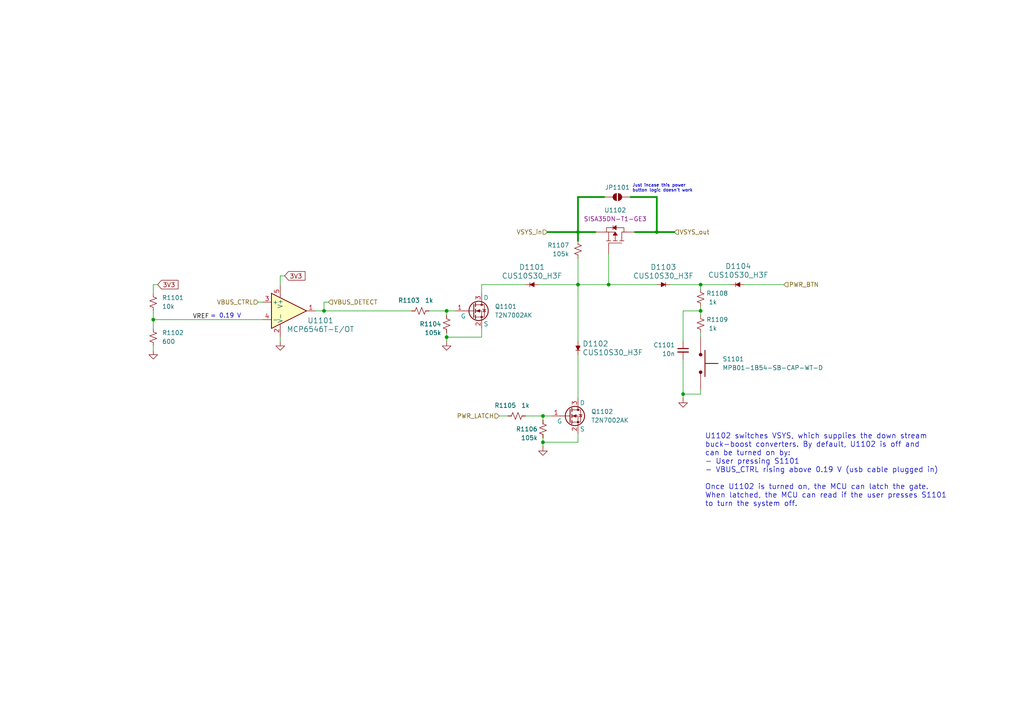
<source format=kicad_sch>
(kicad_sch (version 20250114) (generator "eeschema") (generator_version "9.0")
  (paper "A4")
  (lib_symbols
    (symbol "CUS10S30_H3F:CUS10S30_H3F" (pin_numbers (hide yes)) (pin_names (offset 0.254) (hide yes))
      (property "Reference" "D" (at 5.08 5.588 0))
      (property "Value" "CUS10S30_H3F" (at 5.334 3.302 0))
      (symbol "CUS10S30_H3F_1_1"
        (polyline (pts (xy 2.54 0.635) (xy 2.54 -0.635)))
        (polyline (pts (xy 2.54 0) (xy 1.27 0.635) (xy 1.27 -0.635) (xy 2.54 0)) (fill (type color) (color 132 0 0 1)))
        (pin unspecified line (at 0 0 0) (length 1.27) (name "") (number "2"))
        (pin unspecified line (at 3.81 0 180) (length 1.27) (name "") (number "1"))
      )
      (symbol "CUS10S30_H3F_1_2"
        (polyline (pts (xy -0.635 3.81) (xy 3.175 3.81)) (stroke (width 0.2032)))
        (polyline (pts (xy 1.27 6.35) (xy -0.635 3.81)) (stroke (width 0.2032)))
        (polyline (pts (xy 1.27 6.35) (xy 1.27 7.62)) (stroke (width 0.2032)))
        (polyline (pts (xy 1.27 3.175) (xy 1.27 3.81)) (stroke (width 0.2032)))
        (polyline (pts (xy 1.27 2.54) (xy 1.27 3.4798)) (stroke (width 0.2032)))
        (polyline (pts (xy 3.175 6.35) (xy -0.635 6.35)) (stroke (width 0.2032)))
        (polyline (pts (xy 3.175 3.81) (xy 1.27 6.35)) (stroke (width 0.2032)))
        (pin unspecified line (at 1.27 10.16 270) (length 2.54) (name "") (number "1"))
        (pin unspecified line (at 1.27 0 90) (length 2.54) (name "") (number "2"))
      )
    )
    (symbol "Device:C_Small" (pin_numbers (hide yes)) (pin_names (offset 0.254) (hide yes))
      (property "Reference" "C" (at 0.254 1.778 0))
      (property "Value" "C_Small" (at 0.254 -2.032 0))
      (symbol "C_Small_0_1"
        (polyline (pts (xy -1.524 0.508) (xy 1.524 0.508)) (stroke (width 0.3048)))
        (polyline (pts (xy -1.524 -0.508) (xy 1.524 -0.508)) (stroke (width 0.3302)))
      )
      (symbol "C_Small_1_1"
        (pin passive line (at 0 2.54 270) (length 2.032) (name "~") (number "1"))
        (pin passive line (at 0 -2.54 90) (length 2.032) (name "~") (number "2"))
      )
    )
    (symbol "Device:R_Small_US" (pin_numbers (hide yes)) (pin_names (offset 0.254) (hide yes))
      (property "Reference" "R" (at 0.762 0.508 0))
      (property "Value" "R_Small_US" (at 0.762 -1.016 0))
      (symbol "R_Small_US_1_1"
        (polyline (pts (xy 0 1.524) (xy 1.016 1.143) (xy 0 0.762) (xy -1.016 0.381) (xy 0 0)))
        (polyline (pts (xy 0 0) (xy 1.016 -0.381) (xy 0 -0.762) (xy -1.016 -1.143) (xy 0 -1.524)))
        (pin passive line (at 0 2.54 270) (length 1.016) (name "~") (number "1"))
        (pin passive line (at 0 -2.54 90) (length 1.016) (name "~") (number "2"))
      )
    )
    (symbol "Jumper:SolderJumper_2_Open" (pin_numbers (hide yes)) (pin_names (offset 0) (hide yes)) (exclude_from_sim yes) (in_bom no)
      (property "Reference" "JP" (at 0 2.032 0))
      (property "Value" "SolderJumper_2_Open" (at 0 -2.54 0))
      (symbol "SolderJumper_2_Open_0_1"
        (polyline (pts (xy -0.254 1.016) (xy -0.254 -1.016)))
        (arc (start -0.254 -1.016) (mid -1.2656 0) (end -0.254 1.016))
        (arc (start -0.254 -1.016) (mid -1.2656 0) (end -0.254 1.016) (fill (type outline)))
        (arc (start 0.254 1.016) (mid 1.2656 0) (end 0.254 -1.016))
        (arc (start 0.254 1.016) (mid 1.2656 0) (end 0.254 -1.016) (fill (type outline)))
        (polyline (pts (xy 0.254 1.016) (xy 0.254 -1.016)))
      )
      (symbol "SolderJumper_2_Open_1_1"
        (pin passive line (at -3.81 0 0) (length 2.54) (name "A") (number "1"))
        (pin passive line (at 3.81 0 180) (length 2.54) (name "B") (number "2"))
      )
    )
    (symbol "MCP6546T-E-OT:MCP6546T-E_OT" (pin_names (offset 0.254))
      (property "Reference" "U" (at 17.018 -5.588 0))
      (property "Value" "MCP6546T-E/OT" (at 17.018 -8.128 0))
      (symbol "MCP6546T-E_OT_0_1"
        (polyline (pts (xy 2.54 2.54) (xy 12.7 -2.54) (xy 2.54 -7.62) (xy 2.54 2.54)) (stroke (width 0.254)) (fill (type background)))
      )
      (symbol "MCP6546T-E_OT_1_1"
        (pin input line (at 0 0 0) (length 2.54) (name "+") (number "3"))
        (pin input line (at 0 -5.08 0) (length 2.54) (name "-") (number "4"))
        (pin power_in line (at 5.08 5.08 270) (length 3.81) (name "V+") (number "5"))
        (pin power_in line (at 5.08 -10.16 90) (length 3.81) (name "V-") (number "2"))
        (pin open_collector line (at 15.24 -2.54 180) (length 2.54) (name "~") (number "1"))
      )
    )
    (symbol "MPB01-1B54-SB-CAP-WT-D:MPB01-1B54-SB-CAP-WT-D" (pin_numbers (hide yes)) (pin_names (offset 1.016) (hide yes))
      (property "Reference" "S" (at -5.08 6.35 0))
      (property "Value" "MPB01-1B54-SB-CAP-WT-D" (at -5.08 -5.08 0))
      (symbol "MPB01-1B54-SB-CAP-WT-D_0_0"
        (polyline (pts (xy -3.81 1.27) (xy 0 1.27)) (stroke (width 0.254)))
        (circle (center -2.54 0) (radius 0.254) (stroke (width 0.508)))
        (polyline (pts (xy 0 1.27) (xy 0 5.08)) (stroke (width 0.254)))
        (polyline (pts (xy 0 1.27) (xy 3.81 1.27)) (stroke (width 0.254)))
        (circle (center 2.54 0) (radius 0.254) (stroke (width 0.508)))
        (pin passive line (at -7.62 0 0) (length 5.08) (name "~") (number "1"))
        (pin passive line (at 7.62 0 180) (length 5.08) (name "~") (number "3"))
      )
    )
    (symbol "SISA35DN-T1-GE3:SISA35DN-T1-GE3" (pin_numbers (hide yes))
      (property "Reference" "U" (at 5.842 -3.302 0))
      (property "MPN" "SISA35DN-T1-GE3" (at 14.224 -5.334 0))
      (symbol "SISA35DN-T1-GE3_0_1"
        (polyline (pts (xy -0.635 -7.62) (xy -0.635 -3.81) (xy -1.27 -3.81)))
        (polyline (pts (xy 0 -3.175) (xy 0 -4.445)))
        (polyline (pts (xy 0 -3.81) (xy 2.54 -3.81) (xy 2.54 -5.715)))
        (polyline (pts (xy 0 -5.08) (xy 0 -6.35)))
        (polyline (pts (xy 0 -5.715) (xy 1.905 -5.715)))
        (polyline (pts (xy 0 -6.985) (xy 0 -8.255)))
        (polyline (pts (xy 2.54 -3.175) (xy 2.54 -2.54)))
        (polyline (pts (xy 2.54 -5.715) (xy 1.6169 -6.3499) (xy 1.6169 -5.0799) (xy 2.54 -5.7024)) (fill (type outline)))
        (polyline (pts (xy 2.54 -8.255) (xy 2.54 -7.62) (xy 0 -7.62)))
        (polyline (pts (xy 2.54 -8.255) (xy 3.81 -8.255) (xy 3.81 -5.715)))
        (polyline (pts (xy 2.54 -8.89) (xy 2.54 -8.255)))
        (polyline (pts (xy 3.175 -5.08) (xy 4.445 -5.08)))
        (polyline (pts (xy 3.81 -5.08) (xy 3.81 -3.175) (xy 2.54 -3.175) (xy 2.54 -3.81)))
        (polyline (pts (xy 3.81 -5.08) (xy 4.4449 -6.0031) (xy 3.1749 -6.0031) (xy 3.7974 -5.08)) (fill (type outline)))
      )
      (symbol "SISA35DN-T1-GE3_1_1"
        (pin passive line (at -3.81 -3.81 0) (length 2.54) (name "") (number "4"))
        (pin passive line (at 2.54 0 270) (length 2.54) (name "") (number "1"))
        (pin passive line (at 2.54 -11.43 90) (length 2.54) (name "") (number "5"))
      )
    )
    (symbol "Transistor_FET:T2N7002AK" (pin_names (hide yes))
      (property "Reference" "Q1101" (at 6.35 1.2701 0))
      (property "Value" "T2N7002AK" (at 6.35 -1.2699 0))
      (symbol "T2N7002AK_0_1"
        (polyline (pts (xy 0.254 1.905) (xy 0.254 -1.905)) (stroke (width 0.254)))
        (polyline (pts (xy 0.254 0) (xy -2.54 0)))
        (polyline (pts (xy 0.762 2.286) (xy 0.762 1.27)) (stroke (width 0.254)))
        (polyline (pts (xy 0.762 0.508) (xy 0.762 -0.508)) (stroke (width 0.254)))
        (polyline (pts (xy 0.762 -1.27) (xy 0.762 -2.286)) (stroke (width 0.254)))
        (polyline (pts (xy 0.762 -1.778) (xy 3.302 -1.778) (xy 3.302 1.778) (xy 0.762 1.778)))
        (polyline (pts (xy 1.016 0) (xy 2.032 0.381) (xy 2.032 -0.381) (xy 1.016 0)) (fill (type outline)))
        (circle (center 1.651 0) (radius 2.794) (stroke (width 0.254)))
        (polyline (pts (xy 2.54 2.54) (xy 2.54 1.778)))
        (circle (center 2.54 1.778) (radius 0.254) (fill (type outline)))
        (circle (center 2.54 -1.778) (radius 0.254) (fill (type outline)))
        (polyline (pts (xy 2.54 -2.54) (xy 2.54 0) (xy 0.762 0)))
        (polyline (pts (xy 2.794 0.508) (xy 2.921 0.381) (xy 3.683 0.381) (xy 3.81 0.254)))
        (polyline (pts (xy 3.302 0.381) (xy 2.921 -0.254) (xy 3.683 -0.254) (xy 3.302 0.381)))
      )
      (symbol "T2N7002AK_1_1"
        (text "G" (at -2.794 -1.524 0) (effects (font (size 1.27 1.27))))
        (text "D" (at 3.81 3.81 0) (effects (font (size 1.27 1.27))))
        (text "S" (at 3.81 -3.81 0) (effects (font (size 1.27 1.27))))
        (pin input line (at -5.08 0 0) (length 2.54) (name "G") (number "1"))
        (pin passive line (at 2.54 5.08 270) (length 2.54) (name "D") (number "3"))
        (pin passive line (at 2.54 -5.08 90) (length 2.54) (name "S") (number "2"))
      )
    )
    (symbol "power:GND" (power) (pin_numbers (hide yes)) (pin_names (offset 0) (hide yes))
      (property "Value" "GND" (at 0 -3.81 0))
      (symbol "GND_0_1"
        (polyline (pts (xy 0 0) (xy 0 -1.27) (xy 1.27 -1.27) (xy 0 -2.54) (xy -1.27 -1.27) (xy 0 -1.27)))
      )
      (symbol "GND_1_1"
        (pin power_in line (at 0 0 270) (length 0) (name "~") (number "1"))
      )
    )
  )
  (text "U1102 switches VSYS, which supplies the down stream\nbuck-boost converters. By default, U1102 is off and\ncan be turned on by:\n- User pressing S1101\n- VBUS_CTRL rising above 0.19 V (usb cable plugged in)\n\nOnce U1102 is turned on, the MCU can latch the gate.\nWhen latched, the MCU can read if the user presses S1101\nto turn the system off." (at 204.47 136.398 0) (effects (font (size 1.524 1.524)) (justify left)))
  (text "= 0.19 V" (at 60.96 91.694 0) (effects (font (size 1.27 1.27)) (justify left)))
  (text "Just incase this power\nbutton logic doesn't work" (at 183.388 54.61 0) (effects (font (size 0.889 0.889)) (justify left)))
  (junction (at 198.12 114.3))
  (junction (at 44.45 92.71))
  (junction (at 93.98 90.17))
  (junction (at 203.2 82.55))
  (junction (at 157.48 128.27))
  (junction (at 129.54 90.17))
  (junction (at 167.64 82.55))
  (junction (at 176.53 82.55))
  (junction (at 167.64 67.31))
  (junction (at 157.48 120.65))
  (junction (at 129.54 97.79))
  (junction (at 203.2 90.17))
  (junction (at 190.5 67.31))
  (wire (pts (xy 203.2 113.03) (xy 203.2 114.3)))
  (wire (pts (xy 124.46 90.17) (xy 129.54 90.17)))
  (wire (pts (xy 139.7 82.55) (xy 152.4 82.55)))
  (wire (pts (xy 203.2 90.17) (xy 203.2 88.9)))
  (wire (pts (xy 157.48 127) (xy 157.48 128.27)))
  (wire (pts (xy 203.2 90.17) (xy 203.2 91.44)))
  (wire (pts (xy 129.54 96.52) (xy 129.54 97.79)))
  (wire (pts (xy 198.12 104.14) (xy 198.12 114.3)))
  (wire (pts (xy 91.44 90.17) (xy 93.98 90.17)))
  (wire (pts (xy 157.48 120.65) (xy 160.02 120.65)))
  (wire (pts (xy 167.64 82.55) (xy 176.53 82.55)))
  (wire (pts (xy 44.45 92.71) (xy 76.2 92.71)))
  (wire (pts (xy 44.45 85.09) (xy 44.45 82.55)))
  (wire (pts (xy 152.4 120.65) (xy 157.48 120.65)))
  (wire (pts (xy 203.2 82.55) (xy 212.09 82.55)))
  (wire (pts (xy 44.45 100.33) (xy 44.45 101.6)))
  (wire (pts (xy 167.64 57.15) (xy 167.64 67.31)) (stroke (width 0.508)))
  (wire (pts (xy 95.25 87.63) (xy 93.98 87.63)))
  (wire (pts (xy 198.12 114.3) (xy 203.2 114.3)))
  (wire (pts (xy 182.88 57.15) (xy 190.5 57.15)) (stroke (width 0.508)))
  (wire (pts (xy 74.93 87.63) (xy 76.2 87.63)))
  (wire (pts (xy 81.28 82.55) (xy 81.28 80.01)))
  (wire (pts (xy 93.98 87.63) (xy 93.98 90.17)))
  (wire (pts (xy 157.48 128.27) (xy 157.48 129.54)))
  (wire (pts (xy 176.53 73.66) (xy 176.53 82.55)))
  (wire (pts (xy 81.28 97.79) (xy 81.28 99.06)))
  (wire (pts (xy 176.53 82.55) (xy 190.5 82.55)))
  (wire (pts (xy 167.64 67.31) (xy 172.72 67.31)) (stroke (width 0.508)))
  (wire (pts (xy 167.64 102.87) (xy 167.64 115.57)))
  (wire (pts (xy 129.54 90.17) (xy 132.08 90.17)))
  (wire (pts (xy 93.98 90.17) (xy 119.38 90.17)))
  (wire (pts (xy 158.75 67.31) (xy 167.64 67.31)) (stroke (width 0.508)))
  (wire (pts (xy 129.54 90.17) (xy 129.54 91.44)))
  (wire (pts (xy 157.48 128.27) (xy 167.64 128.27)))
  (wire (pts (xy 167.64 67.31) (xy 167.64 69.85)) (stroke (width 0.508)))
  (wire (pts (xy 203.2 82.55) (xy 203.2 83.82)))
  (wire (pts (xy 44.45 90.17) (xy 44.45 92.71)))
  (wire (pts (xy 175.26 57.15) (xy 167.64 57.15)) (stroke (width 0.508)))
  (wire (pts (xy 215.9 82.55) (xy 227.33 82.55)))
  (wire (pts (xy 129.54 97.79) (xy 139.7 97.79)))
  (wire (pts (xy 81.28 80.01) (xy 82.55 80.01)))
  (wire (pts (xy 190.5 57.15) (xy 190.5 67.31)) (stroke (width 0.508)))
  (wire (pts (xy 167.64 128.27) (xy 167.64 125.73)))
  (wire (pts (xy 203.2 96.52) (xy 203.2 97.79)))
  (wire (pts (xy 198.12 99.06) (xy 198.12 90.17)))
  (wire (pts (xy 44.45 82.55) (xy 45.72 82.55)))
  (wire (pts (xy 198.12 114.3) (xy 198.12 115.57)))
  (wire (pts (xy 139.7 85.09) (xy 139.7 82.55)))
  (wire (pts (xy 156.21 82.55) (xy 167.64 82.55)))
  (wire (pts (xy 194.31 82.55) (xy 203.2 82.55)))
  (wire (pts (xy 129.54 97.79) (xy 129.54 99.06)))
  (wire (pts (xy 167.64 82.55) (xy 167.64 99.06)))
  (wire (pts (xy 144.78 120.65) (xy 147.32 120.65)))
  (wire (pts (xy 167.64 74.93) (xy 167.64 82.55)))
  (wire (pts (xy 190.5 67.31) (xy 195.58 67.31)) (stroke (width 0.508)))
  (wire (pts (xy 184.15 67.31) (xy 190.5 67.31)) (stroke (width 0.508)))
  (wire (pts (xy 198.12 90.17) (xy 203.2 90.17)))
  (wire (pts (xy 44.45 92.71) (xy 44.45 95.25)))
  (wire (pts (xy 139.7 97.79) (xy 139.7 95.25)))
  (wire (pts (xy 157.48 120.65) (xy 157.48 121.92)))
  (label "VREF" (at 55.88 92.71 0))
  (global_label "3V3" (shape input) (at 82.55 80.01 0) (property "Intersheetrefs" "${INTERSHEET_REFS}" (effects (hide yes))))
  (global_label "3V3" (shape input) (at 45.72 82.55 0) (property "Intersheetrefs" "${INTERSHEET_REFS}" (effects (hide yes))))
  (hierarchical_label "PWR_LATCH" (shape input) (at 144.78 120.65 180))
  (hierarchical_label "VBUS_DETECT" (shape input) (at 95.25 87.63 0))
  (hierarchical_label "VSYS_in" (shape input) (at 158.75 67.31 180))
  (hierarchical_label "PWR_BTN" (shape input) (at 227.33 82.55 0))
  (hierarchical_label "VBUS_CTRL" (shape input) (at 74.93 87.63 180))
  (hierarchical_label "VSYS_out" (shape input) (at 195.58 67.31 0))
  (symbol (lib_id "MCP6546T-E-OT:MCP6546T-E_OT") (at 76.2 87.63 0) (unit 1)
    (property "Reference" "U1101" (at 92.964 92.964 0) (effects (font (size 1.524 1.524))))
    (property "Value" "MCP6546T-E/OT" (at 92.964 95.504 0) (effects (font (size 1.524 1.524))))
    (property "Footprint" "SOT-23-5_MC_MCH" (effects (hide yes)))
    (property "Datasheet" "MCP6546T-E/OT" (effects (hide yes)))
  )
  (symbol (lib_id "Device:R_Small_US") (at 44.45 97.79 0) (unit 1)
    (property "Reference" "R1102" (at 46.99 96.5199 0) (effects (justify left)))
    (property "Value" "600" (at 46.99 99.0599 0) (effects (justify left)))
    (property "Description" "Resistor, small US symbol" (effects (hide yes)))
  )
  (symbol (lib_id "Device:R_Small_US") (at 157.48 124.46 0) (unit 1)
    (property "Reference" "R1106" (at 155.956 124.46 0) (effects (justify right)))
    (property "Value" "105k" (at 155.956 127 0) (effects (justify right)))
    (property "Description" "Resistor, small US symbol" (effects (hide yes)))
  )
  (symbol (lib_id "power:GND") (at 129.54 99.06 0) (unit 1)
    (property "Reference" "#PWR01103" (effects (hide yes)))
    (property "Value" "GND" (effects (hide yes)))
    (property "Description" "Power symbol creates a global label with name \"GND\" , ground" (effects (hide yes)))
  )
  (symbol (lib_id "SISA35DN-T1-GE3:SISA35DN-T1-GE3") (at 172.72 69.85 90) (unit 1)
    (property "Reference" "U1102" (at 178.435 60.96 90))
    (property "Footprint" "SISA35DN-T1-GE3:SISA35DN-T1-GE3" (effects (hide yes)))
    (property "Datasheet" "https://www.vishay.com/docs/75831/sisa35dn.pdf" (effects (hide yes)))
    (property "MPN" "SISA35DN-T1-GE3" (at 178.435 63.5 90))
  )
  (symbol (lib_id "Device:R_Small_US") (at 149.86 120.65 270) (unit 1)
    (property "Reference" "R1105" (at 146.558 117.602 90))
    (property "Value" "1k" (at 152.4 117.602 90))
    (property "Description" "Resistor, small US symbol" (effects (hide yes)))
  )
  (symbol (lib_id "CUS10S30_H3F:CUS10S30_H3F") (at 190.5 82.55 0) (unit 1)
    (property "Reference" "D1103" (at 192.405 77.47 0) (effects (font (size 1.524 1.524))))
    (property "Value" "CUS10S30_H3F" (at 192.405 80.01 0) (effects (font (size 1.524 1.524))))
    (property "Footprint" "USC_TOS" (effects (hide yes)))
    (property "Datasheet" "CUS10S30_H3F" (effects (hide yes)))
  )
  (symbol (lib_id "Device:C_Small") (at 198.12 101.6 0) (unit 1)
    (property "Reference" "C1101" (at 189.484 100.076 0) (effects (justify left)))
    (property "Value" "10n" (at 192.024 102.616 0) (effects (justify left)))
    (property "Description" "Unpolarized capacitor, small symbol" (effects (hide yes)))
  )
  (symbol (lib_id "Device:R_Small_US") (at 129.54 93.98 0) (unit 1)
    (property "Reference" "R1104" (at 128.016 93.98 0) (effects (justify right)))
    (property "Value" "105k" (at 128.016 96.52 0) (effects (justify right)))
    (property "Description" "Resistor, small US symbol" (effects (hide yes)))
  )
  (symbol (lib_id "Device:R_Small_US") (at 203.2 86.36 180) (unit 1)
    (property "Reference" "R1108" (at 208.026 85.09 0))
    (property "Value" "1k" (at 206.756 87.63 0))
    (property "Description" "Resistor, small US symbol" (effects (hide yes)))
  )
  (symbol (lib_id "power:GND") (at 81.28 99.06 0) (unit 1)
    (property "Reference" "#PWR01102" (effects (hide yes)))
    (property "Value" "GND" (effects (hide yes)))
    (property "Description" "Power symbol creates a global label with name \"GND\" , ground" (effects (hide yes)))
  )
  (symbol (lib_id "power:GND") (at 198.12 115.57 0) (unit 1)
    (property "Reference" "#PWR01105" (effects (hide yes)))
    (property "Value" "GND" (effects (hide yes)))
    (property "Description" "Power symbol creates a global label with name \"GND\" , ground" (effects (hide yes)))
  )
  (symbol (lib_id "CUS10S30_H3F:CUS10S30_H3F") (at 156.21 82.55 180) (unit 1)
    (property "Reference" "D1101" (at 154.305 77.47 0) (effects (font (size 1.524 1.524))))
    (property "Value" "CUS10S30_H3F" (at 154.305 80.01 0) (effects (font (size 1.524 1.524))))
    (property "Footprint" "USC_TOS" (effects (hide yes)))
    (property "Datasheet" "CUS10S30_H3F" (effects (hide yes)))
  )
  (symbol (lib_id "CUS10S30_H3F:CUS10S30_H3F") (at 167.64 99.06 270) (unit 1)
    (property "Reference" "D1102" (at 168.91 99.6949 90) (effects (font (size 1.524 1.524)) (justify left)))
    (property "Value" "CUS10S30_H3F" (at 168.91 102.2349 90) (effects (font (size 1.524 1.524)) (justify left)))
    (property "Footprint" "USC_TOS" (effects (hide yes)))
    (property "Datasheet" "CUS10S30_H3F" (effects (hide yes)))
  )
  (symbol (lib_id "CUS10S30_H3F:CUS10S30_H3F") (at 215.9 82.55 180) (unit 1)
    (property "Reference" "D1104" (at 214.122 77.216 0) (effects (font (size 1.524 1.524))))
    (property "Value" "CUS10S30_H3F" (at 214.122 79.756 0) (effects (font (size 1.524 1.524))))
    (property "Footprint" "USC_TOS" (effects (hide yes)))
    (property "Datasheet" "CUS10S30_H3F" (effects (hide yes)))
  )
  (symbol (lib_id "Device:R_Small_US") (at 44.45 87.63 0) (unit 1)
    (property "Reference" "R1101" (at 46.99 86.3599 0) (effects (justify left)))
    (property "Value" "10k" (at 46.99 88.8999 0) (effects (justify left)))
    (property "Description" "Resistor, small US symbol" (effects (hide yes)))
  )
  (symbol (lib_id "Transistor_FET:T2N7002AK") (at 137.16 90.17 0) (unit 1)
    (property "Reference" "Q1101" (at 143.51 88.8999 0) (effects (justify left)))
    (property "Value" "T2N7002AK" (at 143.51 91.4399 0) (effects (justify left)))
    (property "Footprint" "Package_TO_SOT_SMD:SOT-23" (effects (hide yes)))
    (property "Datasheet" "https://toshiba.semicon-storage.com/info/docget.jsp?did=29712&prodName=T2N7002AK" (effects (hide yes)))
    (property "Description" "60V Vds, 0.2A Id, N-Channel MOSFET, SOT-23" (effects (hide yes)))
  )
  (symbol (lib_id "Device:R_Small_US") (at 167.64 72.39 0) (unit 1)
    (property "Reference" "R1107" (at 165.1 71.1199 0) (effects (justify right)))
    (property "Value" "105k" (at 165.1 73.6599 0) (effects (justify right)))
    (property "Description" "Resistor, small US symbol" (effects (hide yes)))
  )
  (symbol (lib_id "Jumper:SolderJumper_2_Open") (at 179.07 57.15 0) (unit 1) (exclude_from_sim yes) (in_bom no)
    (property "Reference" "JP1101" (at 179.07 54.356 0))
    (property "Value" "SolderJumper_2_Open" (effects (hide yes)))
    (property "Description" "Solder Jumper, 2-pole, open" (effects (hide yes)))
  )
  (symbol (lib_id "power:GND") (at 157.48 129.54 0) (unit 1)
    (property "Reference" "#PWR01104" (effects (hide yes)))
    (property "Value" "GND" (effects (hide yes)))
    (property "Description" "Power symbol creates a global label with name \"GND\" , ground" (effects (hide yes)))
  )
  (symbol (lib_id "Device:R_Small_US") (at 121.92 90.17 270) (unit 1)
    (property "Reference" "R1103" (at 118.618 87.122 90))
    (property "Value" "1k" (at 124.46 87.122 90))
    (property "Description" "Resistor, small US symbol" (effects (hide yes)))
  )
  (symbol (lib_id "Device:R_Small_US") (at 203.2 93.98 180) (unit 1)
    (property "Reference" "R1109" (at 208.026 92.71 0))
    (property "Value" "1k" (at 206.756 95.25 0))
    (property "Description" "Resistor, small US symbol" (effects (hide yes)))
  )
  (symbol (lib_id "power:GND") (at 44.45 101.6 0) (unit 1)
    (property "Reference" "#PWR01101" (effects (hide yes)))
    (property "Value" "GND" (effects (hide yes)))
    (property "Description" "Power symbol creates a global label with name \"GND\" , ground" (effects (hide yes)))
  )
  (symbol (lib_id "MPB01-1B54-SB-CAP-WT-D:MPB01-1B54-SB-CAP-WT-D") (at 203.2 105.41 270) (unit 1)
    (property "Reference" "S1101" (at 209.55 104.1399 90) (effects (justify left)))
    (property "Value" "MPB01-1B54-SB-CAP-WT-D" (at 209.55 106.6799 90) (effects (justify left)))
    (property "Footprint" "MPB01-1B54-SB-CAP-WT-D:SW_MPB01-1B54-SB-CAP-WT-D" (effects (hide yes)))
    (property "PARTREV" "1.0" (effects (hide yes)))
    (property "STANDARD" "Manufacturer Recommendations" (effects (hide yes)))
    (property "MAXIMUM_PACKAGE_HEIGHT" "19.7mm" (effects (hide yes)))
    (property "MANUFACTURER" "CUI Devices" (effects (hide yes)))
  )
  (symbol (lib_id "Transistor_FET:T2N7002AK") (at 165.1 120.65 0) (unit 1)
    (property "Reference" "Q1102" (at 171.45 119.3799 0) (effects (justify left)))
    (property "Value" "T2N7002AK" (at 171.45 121.9199 0) (effects (justify left)))
    (property "Footprint" "Package_TO_SOT_SMD:SOT-23" (effects (hide yes)))
    (property "Datasheet" "https://toshiba.semicon-storage.com/info/docget.jsp?did=29712&prodName=T2N7002AK" (effects (hide yes)))
    (property "Description" "60V Vds, 0.2A Id, N-Channel MOSFET, SOT-23" (effects (hide yes)))
  )
)
</source>
